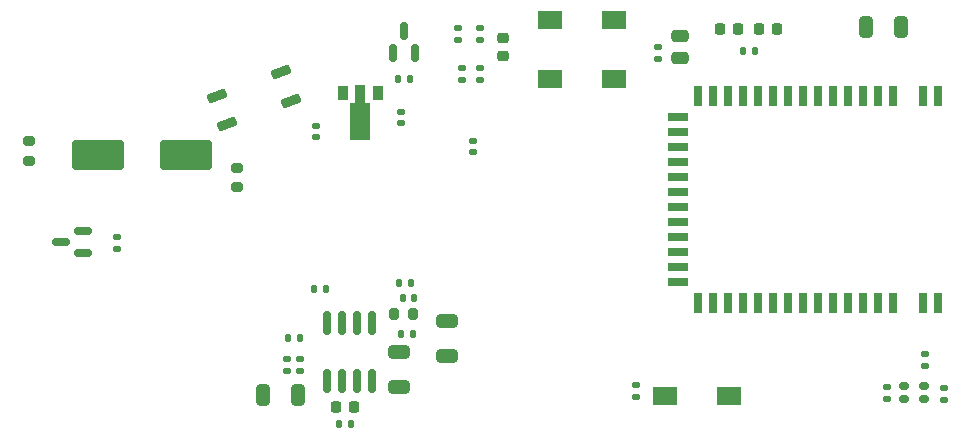
<source format=gbr>
%TF.GenerationSoftware,KiCad,Pcbnew,7.0.1*%
%TF.CreationDate,2023-06-12T22:14:20+07:00*%
%TF.ProjectId,Air Conditioner Energy Saver V7,41697220-436f-46e6-9469-74696f6e6572,rev?*%
%TF.SameCoordinates,Original*%
%TF.FileFunction,Paste,Top*%
%TF.FilePolarity,Positive*%
%FSLAX46Y46*%
G04 Gerber Fmt 4.6, Leading zero omitted, Abs format (unit mm)*
G04 Created by KiCad (PCBNEW 7.0.1) date 2023-06-12 22:14:20*
%MOMM*%
%LPD*%
G01*
G04 APERTURE LIST*
G04 Aperture macros list*
%AMRoundRect*
0 Rectangle with rounded corners*
0 $1 Rounding radius*
0 $2 $3 $4 $5 $6 $7 $8 $9 X,Y pos of 4 corners*
0 Add a 4 corners polygon primitive as box body*
4,1,4,$2,$3,$4,$5,$6,$7,$8,$9,$2,$3,0*
0 Add four circle primitives for the rounded corners*
1,1,$1+$1,$2,$3*
1,1,$1+$1,$4,$5*
1,1,$1+$1,$6,$7*
1,1,$1+$1,$8,$9*
0 Add four rect primitives between the rounded corners*
20,1,$1+$1,$2,$3,$4,$5,0*
20,1,$1+$1,$4,$5,$6,$7,0*
20,1,$1+$1,$6,$7,$8,$9,0*
20,1,$1+$1,$8,$9,$2,$3,0*%
%AMFreePoly0*
4,1,9,3.862500,-0.866500,0.737500,-0.866500,0.737500,-0.450000,-0.737500,-0.450000,-0.737500,0.450000,0.737500,0.450000,0.737500,0.866500,3.862500,0.866500,3.862500,-0.866500,3.862500,-0.866500,$1*%
G04 Aperture macros list end*
%ADD10RoundRect,0.250000X1.950000X1.000000X-1.950000X1.000000X-1.950000X-1.000000X1.950000X-1.000000X0*%
%ADD11RoundRect,0.197500X-0.661905X-0.030738X-0.526807X-0.401917X0.661905X0.030738X0.526807X0.401917X0*%
%ADD12RoundRect,0.135000X0.185000X-0.135000X0.185000X0.135000X-0.185000X0.135000X-0.185000X-0.135000X0*%
%ADD13R,2.000000X1.600000*%
%ADD14RoundRect,0.135000X-0.135000X-0.185000X0.135000X-0.185000X0.135000X0.185000X-0.135000X0.185000X0*%
%ADD15RoundRect,0.150000X0.150000X-0.587500X0.150000X0.587500X-0.150000X0.587500X-0.150000X-0.587500X0*%
%ADD16RoundRect,0.250000X-0.650000X0.325000X-0.650000X-0.325000X0.650000X-0.325000X0.650000X0.325000X0*%
%ADD17RoundRect,0.225000X-0.225000X-0.250000X0.225000X-0.250000X0.225000X0.250000X-0.225000X0.250000X0*%
%ADD18RoundRect,0.135000X0.135000X0.185000X-0.135000X0.185000X-0.135000X-0.185000X0.135000X-0.185000X0*%
%ADD19RoundRect,0.135000X-0.185000X0.135000X-0.185000X-0.135000X0.185000X-0.135000X0.185000X0.135000X0*%
%ADD20R,0.700000X1.800000*%
%ADD21R,1.800000X0.700000*%
%ADD22RoundRect,0.218750X0.218750X0.256250X-0.218750X0.256250X-0.218750X-0.256250X0.218750X-0.256250X0*%
%ADD23RoundRect,0.200000X-0.275000X0.200000X-0.275000X-0.200000X0.275000X-0.200000X0.275000X0.200000X0*%
%ADD24RoundRect,0.200000X0.275000X-0.200000X0.275000X0.200000X-0.275000X0.200000X-0.275000X-0.200000X0*%
%ADD25RoundRect,0.140000X0.170000X-0.140000X0.170000X0.140000X-0.170000X0.140000X-0.170000X-0.140000X0*%
%ADD26R,0.900000X1.300000*%
%ADD27FreePoly0,270.000000*%
%ADD28RoundRect,0.175000X0.225000X0.175000X-0.225000X0.175000X-0.225000X-0.175000X0.225000X-0.175000X0*%
%ADD29RoundRect,0.225000X0.250000X-0.225000X0.250000X0.225000X-0.250000X0.225000X-0.250000X-0.225000X0*%
%ADD30RoundRect,0.200000X-0.200000X-0.275000X0.200000X-0.275000X0.200000X0.275000X-0.200000X0.275000X0*%
%ADD31RoundRect,0.140000X-0.170000X0.140000X-0.170000X-0.140000X0.170000X-0.140000X0.170000X0.140000X0*%
%ADD32RoundRect,0.150000X-0.150000X0.825000X-0.150000X-0.825000X0.150000X-0.825000X0.150000X0.825000X0*%
%ADD33RoundRect,0.250000X0.475000X-0.250000X0.475000X0.250000X-0.475000X0.250000X-0.475000X-0.250000X0*%
%ADD34RoundRect,0.140000X-0.140000X-0.170000X0.140000X-0.170000X0.140000X0.170000X-0.140000X0.170000X0*%
%ADD35RoundRect,0.150000X0.587500X0.150000X-0.587500X0.150000X-0.587500X-0.150000X0.587500X-0.150000X0*%
%ADD36RoundRect,0.147500X0.147500X0.172500X-0.147500X0.172500X-0.147500X-0.172500X0.147500X-0.172500X0*%
%ADD37RoundRect,0.250000X0.325000X0.650000X-0.325000X0.650000X-0.325000X-0.650000X0.325000X-0.650000X0*%
%ADD38RoundRect,0.250000X-0.325000X-0.650000X0.325000X-0.650000X0.325000X0.650000X-0.325000X0.650000X0*%
G04 APERTURE END LIST*
D10*
%TO.C,C5*%
X114500000Y-87700000D03*
X107100000Y-87700000D03*
%TD*%
D11*
%TO.C,U1*%
X117141526Y-82729449D03*
X118010257Y-85116268D03*
X123460474Y-83132551D03*
X122591743Y-80745732D03*
%TD*%
D12*
%TO.C,R5*%
X178700000Y-108490000D03*
X178700000Y-107470000D03*
%TD*%
D13*
%TO.C,SW11*%
X150782000Y-76280000D03*
X145382000Y-76280000D03*
%TD*%
D14*
%TO.C,R6*%
X123188000Y-103251000D03*
X124208000Y-103251000D03*
%TD*%
D15*
%TO.C,Q2*%
X132050000Y-79137500D03*
X133950000Y-79137500D03*
X133000000Y-77262500D03*
%TD*%
D16*
%TO.C,C3*%
X136652000Y-101776000D03*
X136652000Y-104726000D03*
%TD*%
D13*
%TO.C,RST1*%
X160500000Y-108100000D03*
X155100000Y-108100000D03*
%TD*%
D17*
%TO.C,C16*%
X163025000Y-77100000D03*
X164575000Y-77100000D03*
%TD*%
D12*
%TO.C,R11*%
X152600000Y-108210000D03*
X152600000Y-107190000D03*
%TD*%
D18*
%TO.C,R16*%
X133510000Y-81300000D03*
X132490000Y-81300000D03*
%TD*%
D19*
%TO.C,R1*%
X108700000Y-94690000D03*
X108700000Y-95710000D03*
%TD*%
D20*
%TO.C,U4*%
X178220000Y-82750000D03*
X176950000Y-82750000D03*
X174410000Y-82750000D03*
X173140000Y-82750000D03*
X171870000Y-82750000D03*
X170600000Y-82750000D03*
X169330000Y-82750000D03*
X168060000Y-82750000D03*
X166790000Y-82750000D03*
X165520000Y-82750000D03*
X164250000Y-82750000D03*
X162980000Y-82750000D03*
X161710000Y-82750000D03*
X160440000Y-82750000D03*
X159170000Y-82750000D03*
X157900000Y-82750000D03*
D21*
X156150000Y-84515000D03*
X156150000Y-85785000D03*
X156150000Y-87055000D03*
X156150000Y-88325000D03*
X156150000Y-89595000D03*
X156150000Y-90865000D03*
X156150000Y-92135000D03*
X156150000Y-93405000D03*
X156150000Y-94675000D03*
X156150000Y-95945000D03*
X156150000Y-97215000D03*
X156150000Y-98485000D03*
D20*
X157900000Y-100250000D03*
X159170000Y-100250000D03*
X160440000Y-100250000D03*
X161710000Y-100250000D03*
X162980000Y-100250000D03*
X164250000Y-100250000D03*
X165520000Y-100250000D03*
X166790000Y-100250000D03*
X168060000Y-100250000D03*
X169330000Y-100250000D03*
X170600000Y-100250000D03*
X171870000Y-100250000D03*
X173140000Y-100250000D03*
X174410000Y-100250000D03*
X176950000Y-100250000D03*
X178220000Y-100250000D03*
%TD*%
D22*
%TO.C,L3*%
X161287500Y-77100000D03*
X159712500Y-77100000D03*
%TD*%
D19*
%TO.C,R12*%
X124206000Y-105027000D03*
X124206000Y-106047000D03*
%TD*%
D23*
%TO.C,R2*%
X118872000Y-88837000D03*
X118872000Y-90487000D03*
%TD*%
D24*
%TO.C,R15*%
X101219000Y-88225000D03*
X101219000Y-86575000D03*
%TD*%
D25*
%TO.C,C18*%
X154500000Y-79580000D03*
X154500000Y-78620000D03*
%TD*%
D19*
%TO.C,R23*%
X137900000Y-80390000D03*
X137900000Y-81410000D03*
%TD*%
D14*
%TO.C,R8*%
X132586000Y-98552000D03*
X133606000Y-98552000D03*
%TD*%
D18*
%TO.C,R10*%
X133733000Y-102870000D03*
X132713000Y-102870000D03*
%TD*%
D19*
%TO.C,R19*%
X137600000Y-76990000D03*
X137600000Y-78010000D03*
%TD*%
D26*
%TO.C,U5*%
X130786000Y-82462500D03*
D27*
X129286000Y-82550000D03*
D26*
X127786000Y-82462500D03*
%TD*%
D25*
%TO.C,C19*%
X132715000Y-85062000D03*
X132715000Y-84102000D03*
%TD*%
D28*
%TO.C,D3*%
X177050000Y-108430000D03*
X175350000Y-108430000D03*
X175350000Y-107330000D03*
X177050000Y-107330000D03*
%TD*%
D29*
%TO.C,C2*%
X141400000Y-79375000D03*
X141400000Y-77825000D03*
%TD*%
D13*
%TO.C,SW22*%
X150782000Y-81280000D03*
X145382000Y-81280000D03*
%TD*%
D18*
%TO.C,R7*%
X126367000Y-99060000D03*
X125347000Y-99060000D03*
%TD*%
D30*
%TO.C,R9*%
X132144000Y-101219000D03*
X133794000Y-101219000D03*
%TD*%
D31*
%TO.C,C23*%
X125500000Y-85278000D03*
X125500000Y-86238000D03*
%TD*%
D32*
%TO.C,U3*%
X130302000Y-101919000D03*
X129032000Y-101919000D03*
X127762000Y-101919000D03*
X126492000Y-101919000D03*
X126492000Y-106869000D03*
X127762000Y-106869000D03*
X129032000Y-106869000D03*
X130302000Y-106869000D03*
%TD*%
D33*
%TO.C,C15*%
X156400000Y-79550000D03*
X156400000Y-77650000D03*
%TD*%
D16*
%TO.C,C9*%
X132588000Y-104443000D03*
X132588000Y-107393000D03*
%TD*%
D34*
%TO.C,C4*%
X132870000Y-99822000D03*
X133830000Y-99822000D03*
%TD*%
D35*
%TO.C,Q1*%
X105837500Y-96050000D03*
X105837500Y-94150000D03*
X103962500Y-95100000D03*
%TD*%
D12*
%TO.C,R4*%
X177125000Y-105590000D03*
X177125000Y-104570000D03*
%TD*%
D36*
%TO.C,L2*%
X162685000Y-78900000D03*
X161715000Y-78900000D03*
%TD*%
D37*
%TO.C,C21*%
X175075000Y-76900000D03*
X172125000Y-76900000D03*
%TD*%
D17*
%TO.C,C14*%
X127241000Y-109093000D03*
X128791000Y-109093000D03*
%TD*%
D38*
%TO.C,C12*%
X121080000Y-108077000D03*
X124030000Y-108077000D03*
%TD*%
D12*
%TO.C,R3*%
X173900000Y-108390000D03*
X173900000Y-107370000D03*
%TD*%
D25*
%TO.C,C1*%
X138800000Y-87480000D03*
X138800000Y-86520000D03*
%TD*%
D12*
%TO.C,R13*%
X123063000Y-106047000D03*
X123063000Y-105027000D03*
%TD*%
D19*
%TO.C,R22*%
X139400000Y-76990000D03*
X139400000Y-78010000D03*
%TD*%
D14*
%TO.C,R14*%
X127506000Y-110493000D03*
X128526000Y-110493000D03*
%TD*%
D19*
%TO.C,R24*%
X139400000Y-80390000D03*
X139400000Y-81410000D03*
%TD*%
M02*

</source>
